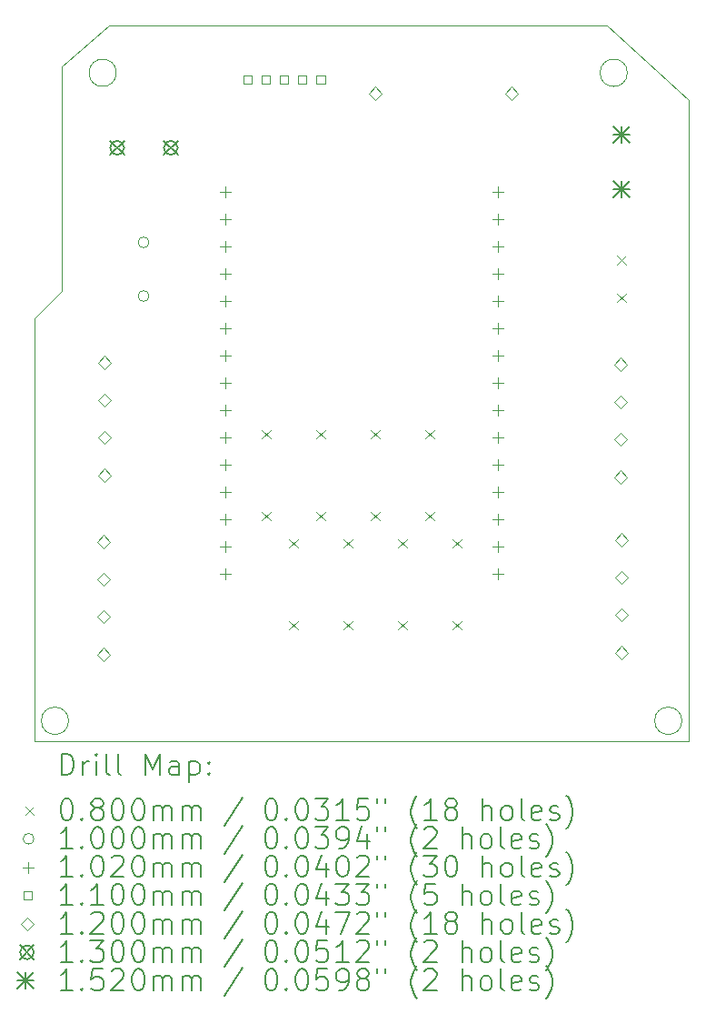
<source format=gbr>
%TF.GenerationSoftware,KiCad,Pcbnew,(6.0.9)*%
%TF.CreationDate,2023-01-01T04:27:09+02:00*%
%TF.ProjectId,ESP32_LEDCONTROLLER,45535033-325f-44c4-9544-434f4e54524f,rev?*%
%TF.SameCoordinates,Original*%
%TF.FileFunction,Drillmap*%
%TF.FilePolarity,Positive*%
%FSLAX45Y45*%
G04 Gerber Fmt 4.5, Leading zero omitted, Abs format (unit mm)*
G04 Created by KiCad (PCBNEW (6.0.9)) date 2023-01-01 04:27:09*
%MOMM*%
%LPD*%
G01*
G04 APERTURE LIST*
%ADD10C,0.100000*%
%ADD11C,0.200000*%
%ADD12C,0.080000*%
%ADD13C,0.102000*%
%ADD14C,0.110000*%
%ADD15C,0.120000*%
%ADD16C,0.130000*%
%ADD17C,0.152000*%
G04 APERTURE END LIST*
D10*
X14668500Y-15494000D02*
G75*
G03*
X14668500Y-15494000I-127000J0D01*
G01*
X14160500Y-9461500D02*
G75*
G03*
X14160500Y-9461500I-127000J0D01*
G01*
X9398000Y-9461500D02*
G75*
G03*
X9398000Y-9461500I-127000J0D01*
G01*
X8953500Y-15494000D02*
G75*
G03*
X8953500Y-15494000I-127000J0D01*
G01*
X14732000Y-9715500D02*
X14732000Y-15684500D01*
X8636000Y-15684500D01*
X8636000Y-11747500D01*
X8890000Y-11493500D01*
X8890000Y-9398000D01*
X9334500Y-9017000D01*
X13970000Y-9017000D01*
X14732000Y-9715500D01*
D11*
D12*
X10755000Y-12787000D02*
X10835000Y-12867000D01*
X10835000Y-12787000D02*
X10755000Y-12867000D01*
X10755000Y-13549000D02*
X10835000Y-13629000D01*
X10835000Y-13549000D02*
X10755000Y-13629000D01*
X11009000Y-13803000D02*
X11089000Y-13883000D01*
X11089000Y-13803000D02*
X11009000Y-13883000D01*
X11009000Y-14565000D02*
X11089000Y-14645000D01*
X11089000Y-14565000D02*
X11009000Y-14645000D01*
X11263000Y-12787000D02*
X11343000Y-12867000D01*
X11343000Y-12787000D02*
X11263000Y-12867000D01*
X11263000Y-13549000D02*
X11343000Y-13629000D01*
X11343000Y-13549000D02*
X11263000Y-13629000D01*
X11517000Y-13803000D02*
X11597000Y-13883000D01*
X11597000Y-13803000D02*
X11517000Y-13883000D01*
X11517000Y-14565000D02*
X11597000Y-14645000D01*
X11597000Y-14565000D02*
X11517000Y-14645000D01*
X11771000Y-12787000D02*
X11851000Y-12867000D01*
X11851000Y-12787000D02*
X11771000Y-12867000D01*
X11771000Y-13549000D02*
X11851000Y-13629000D01*
X11851000Y-13549000D02*
X11771000Y-13629000D01*
X12025000Y-13803000D02*
X12105000Y-13883000D01*
X12105000Y-13803000D02*
X12025000Y-13883000D01*
X12025000Y-14565000D02*
X12105000Y-14645000D01*
X12105000Y-14565000D02*
X12025000Y-14645000D01*
X12279000Y-12787000D02*
X12359000Y-12867000D01*
X12359000Y-12787000D02*
X12279000Y-12867000D01*
X12279000Y-13549000D02*
X12359000Y-13629000D01*
X12359000Y-13549000D02*
X12279000Y-13629000D01*
X12533000Y-13803000D02*
X12613000Y-13883000D01*
X12613000Y-13803000D02*
X12533000Y-13883000D01*
X12533000Y-14565000D02*
X12613000Y-14645000D01*
X12613000Y-14565000D02*
X12533000Y-14645000D01*
X14067000Y-11167000D02*
X14147000Y-11247000D01*
X14147000Y-11167000D02*
X14067000Y-11247000D01*
X14067000Y-11517000D02*
X14147000Y-11597000D01*
X14147000Y-11517000D02*
X14067000Y-11597000D01*
D10*
X9702000Y-11039768D02*
G75*
G03*
X9702000Y-11039768I-50000J0D01*
G01*
X9702000Y-11539768D02*
G75*
G03*
X9702000Y-11539768I-50000J0D01*
G01*
D13*
X10414000Y-10517500D02*
X10414000Y-10619500D01*
X10363000Y-10568500D02*
X10465000Y-10568500D01*
X10414000Y-10771500D02*
X10414000Y-10873500D01*
X10363000Y-10822500D02*
X10465000Y-10822500D01*
X10414000Y-11025500D02*
X10414000Y-11127500D01*
X10363000Y-11076500D02*
X10465000Y-11076500D01*
X10414000Y-11279500D02*
X10414000Y-11381500D01*
X10363000Y-11330500D02*
X10465000Y-11330500D01*
X10414000Y-11533500D02*
X10414000Y-11635500D01*
X10363000Y-11584500D02*
X10465000Y-11584500D01*
X10414000Y-11787500D02*
X10414000Y-11889500D01*
X10363000Y-11838500D02*
X10465000Y-11838500D01*
X10414000Y-12041500D02*
X10414000Y-12143500D01*
X10363000Y-12092500D02*
X10465000Y-12092500D01*
X10414000Y-12295500D02*
X10414000Y-12397500D01*
X10363000Y-12346500D02*
X10465000Y-12346500D01*
X10414000Y-12549500D02*
X10414000Y-12651500D01*
X10363000Y-12600500D02*
X10465000Y-12600500D01*
X10414000Y-12803500D02*
X10414000Y-12905500D01*
X10363000Y-12854500D02*
X10465000Y-12854500D01*
X10414000Y-13057500D02*
X10414000Y-13159500D01*
X10363000Y-13108500D02*
X10465000Y-13108500D01*
X10414000Y-13311500D02*
X10414000Y-13413500D01*
X10363000Y-13362500D02*
X10465000Y-13362500D01*
X10414000Y-13565500D02*
X10414000Y-13667500D01*
X10363000Y-13616500D02*
X10465000Y-13616500D01*
X10414000Y-13819500D02*
X10414000Y-13921500D01*
X10363000Y-13870500D02*
X10465000Y-13870500D01*
X10414000Y-14073500D02*
X10414000Y-14175500D01*
X10363000Y-14124500D02*
X10465000Y-14124500D01*
X12954000Y-10517500D02*
X12954000Y-10619500D01*
X12903000Y-10568500D02*
X13005000Y-10568500D01*
X12954000Y-10771500D02*
X12954000Y-10873500D01*
X12903000Y-10822500D02*
X13005000Y-10822500D01*
X12954000Y-11025500D02*
X12954000Y-11127500D01*
X12903000Y-11076500D02*
X13005000Y-11076500D01*
X12954000Y-11279500D02*
X12954000Y-11381500D01*
X12903000Y-11330500D02*
X13005000Y-11330500D01*
X12954000Y-11533500D02*
X12954000Y-11635500D01*
X12903000Y-11584500D02*
X13005000Y-11584500D01*
X12954000Y-11787500D02*
X12954000Y-11889500D01*
X12903000Y-11838500D02*
X13005000Y-11838500D01*
X12954000Y-12041500D02*
X12954000Y-12143500D01*
X12903000Y-12092500D02*
X13005000Y-12092500D01*
X12954000Y-12295500D02*
X12954000Y-12397500D01*
X12903000Y-12346500D02*
X13005000Y-12346500D01*
X12954000Y-12549500D02*
X12954000Y-12651500D01*
X12903000Y-12600500D02*
X13005000Y-12600500D01*
X12954000Y-12803500D02*
X12954000Y-12905500D01*
X12903000Y-12854500D02*
X13005000Y-12854500D01*
X12954000Y-13057500D02*
X12954000Y-13159500D01*
X12903000Y-13108500D02*
X13005000Y-13108500D01*
X12954000Y-13311500D02*
X12954000Y-13413500D01*
X12903000Y-13362500D02*
X13005000Y-13362500D01*
X12954000Y-13565500D02*
X12954000Y-13667500D01*
X12903000Y-13616500D02*
X13005000Y-13616500D01*
X12954000Y-13819500D02*
X12954000Y-13921500D01*
X12903000Y-13870500D02*
X13005000Y-13870500D01*
X12954000Y-14073500D02*
X12954000Y-14175500D01*
X12903000Y-14124500D02*
X13005000Y-14124500D01*
D14*
X10661891Y-9563891D02*
X10661891Y-9486109D01*
X10584109Y-9486109D01*
X10584109Y-9563891D01*
X10661891Y-9563891D01*
X10831891Y-9563891D02*
X10831891Y-9486109D01*
X10754109Y-9486109D01*
X10754109Y-9563891D01*
X10831891Y-9563891D01*
X11001891Y-9563891D02*
X11001891Y-9486109D01*
X10924109Y-9486109D01*
X10924109Y-9563891D01*
X11001891Y-9563891D01*
X11171891Y-9563891D02*
X11171891Y-9486109D01*
X11094109Y-9486109D01*
X11094109Y-9563891D01*
X11171891Y-9563891D01*
X11341891Y-9563891D02*
X11341891Y-9486109D01*
X11264109Y-9486109D01*
X11264109Y-9563891D01*
X11341891Y-9563891D01*
D15*
X9281000Y-13886000D02*
X9341000Y-13826000D01*
X9281000Y-13766000D01*
X9221000Y-13826000D01*
X9281000Y-13886000D01*
X9281000Y-14236000D02*
X9341000Y-14176000D01*
X9281000Y-14116000D01*
X9221000Y-14176000D01*
X9281000Y-14236000D01*
X9281000Y-14586000D02*
X9341000Y-14526000D01*
X9281000Y-14466000D01*
X9221000Y-14526000D01*
X9281000Y-14586000D01*
X9281000Y-14936000D02*
X9341000Y-14876000D01*
X9281000Y-14816000D01*
X9221000Y-14876000D01*
X9281000Y-14936000D01*
X9291000Y-12218000D02*
X9351000Y-12158000D01*
X9291000Y-12098000D01*
X9231000Y-12158000D01*
X9291000Y-12218000D01*
X9291000Y-12568000D02*
X9351000Y-12508000D01*
X9291000Y-12448000D01*
X9231000Y-12508000D01*
X9291000Y-12568000D01*
X9291000Y-12918000D02*
X9351000Y-12858000D01*
X9291000Y-12798000D01*
X9231000Y-12858000D01*
X9291000Y-12918000D01*
X9291000Y-13268000D02*
X9351000Y-13208000D01*
X9291000Y-13148000D01*
X9231000Y-13208000D01*
X9291000Y-13268000D01*
X11811000Y-9712000D02*
X11871000Y-9652000D01*
X11811000Y-9592000D01*
X11751000Y-9652000D01*
X11811000Y-9712000D01*
X13081000Y-9712000D02*
X13141000Y-9652000D01*
X13081000Y-9592000D01*
X13021000Y-9652000D01*
X13081000Y-9712000D01*
X14097000Y-12235000D02*
X14157000Y-12175000D01*
X14097000Y-12115000D01*
X14037000Y-12175000D01*
X14097000Y-12235000D01*
X14097000Y-12585000D02*
X14157000Y-12525000D01*
X14097000Y-12465000D01*
X14037000Y-12525000D01*
X14097000Y-12585000D01*
X14097000Y-12935000D02*
X14157000Y-12875000D01*
X14097000Y-12815000D01*
X14037000Y-12875000D01*
X14097000Y-12935000D01*
X14097000Y-13285000D02*
X14157000Y-13225000D01*
X14097000Y-13165000D01*
X14037000Y-13225000D01*
X14097000Y-13285000D01*
X14107000Y-13869000D02*
X14167000Y-13809000D01*
X14107000Y-13749000D01*
X14047000Y-13809000D01*
X14107000Y-13869000D01*
X14107000Y-14219000D02*
X14167000Y-14159000D01*
X14107000Y-14099000D01*
X14047000Y-14159000D01*
X14107000Y-14219000D01*
X14107000Y-14569000D02*
X14167000Y-14509000D01*
X14107000Y-14449000D01*
X14047000Y-14509000D01*
X14107000Y-14569000D01*
X14107000Y-14919000D02*
X14167000Y-14859000D01*
X14107000Y-14799000D01*
X14047000Y-14859000D01*
X14107000Y-14919000D01*
D16*
X9341000Y-10095000D02*
X9471000Y-10225000D01*
X9471000Y-10095000D02*
X9341000Y-10225000D01*
X9471000Y-10160000D02*
G75*
G03*
X9471000Y-10160000I-65000J0D01*
G01*
X9841000Y-10095000D02*
X9971000Y-10225000D01*
X9971000Y-10095000D02*
X9841000Y-10225000D01*
X9971000Y-10160000D02*
G75*
G03*
X9971000Y-10160000I-65000J0D01*
G01*
D17*
X14031000Y-9957000D02*
X14183000Y-10109000D01*
X14183000Y-9957000D02*
X14031000Y-10109000D01*
X14107000Y-9957000D02*
X14107000Y-10109000D01*
X14031000Y-10033000D02*
X14183000Y-10033000D01*
X14031000Y-10465000D02*
X14183000Y-10617000D01*
X14183000Y-10465000D02*
X14031000Y-10617000D01*
X14107000Y-10465000D02*
X14107000Y-10617000D01*
X14031000Y-10541000D02*
X14183000Y-10541000D01*
D11*
X8888619Y-15999976D02*
X8888619Y-15799976D01*
X8936238Y-15799976D01*
X8964810Y-15809500D01*
X8983857Y-15828548D01*
X8993381Y-15847595D01*
X9002905Y-15885690D01*
X9002905Y-15914262D01*
X8993381Y-15952357D01*
X8983857Y-15971405D01*
X8964810Y-15990452D01*
X8936238Y-15999976D01*
X8888619Y-15999976D01*
X9088619Y-15999976D02*
X9088619Y-15866643D01*
X9088619Y-15904738D02*
X9098143Y-15885690D01*
X9107667Y-15876167D01*
X9126714Y-15866643D01*
X9145762Y-15866643D01*
X9212429Y-15999976D02*
X9212429Y-15866643D01*
X9212429Y-15799976D02*
X9202905Y-15809500D01*
X9212429Y-15819024D01*
X9221952Y-15809500D01*
X9212429Y-15799976D01*
X9212429Y-15819024D01*
X9336238Y-15999976D02*
X9317190Y-15990452D01*
X9307667Y-15971405D01*
X9307667Y-15799976D01*
X9441000Y-15999976D02*
X9421952Y-15990452D01*
X9412429Y-15971405D01*
X9412429Y-15799976D01*
X9669571Y-15999976D02*
X9669571Y-15799976D01*
X9736238Y-15942833D01*
X9802905Y-15799976D01*
X9802905Y-15999976D01*
X9983857Y-15999976D02*
X9983857Y-15895214D01*
X9974333Y-15876167D01*
X9955286Y-15866643D01*
X9917190Y-15866643D01*
X9898143Y-15876167D01*
X9983857Y-15990452D02*
X9964810Y-15999976D01*
X9917190Y-15999976D01*
X9898143Y-15990452D01*
X9888619Y-15971405D01*
X9888619Y-15952357D01*
X9898143Y-15933309D01*
X9917190Y-15923786D01*
X9964810Y-15923786D01*
X9983857Y-15914262D01*
X10079095Y-15866643D02*
X10079095Y-16066643D01*
X10079095Y-15876167D02*
X10098143Y-15866643D01*
X10136238Y-15866643D01*
X10155286Y-15876167D01*
X10164810Y-15885690D01*
X10174333Y-15904738D01*
X10174333Y-15961881D01*
X10164810Y-15980928D01*
X10155286Y-15990452D01*
X10136238Y-15999976D01*
X10098143Y-15999976D01*
X10079095Y-15990452D01*
X10260048Y-15980928D02*
X10269571Y-15990452D01*
X10260048Y-15999976D01*
X10250524Y-15990452D01*
X10260048Y-15980928D01*
X10260048Y-15999976D01*
X10260048Y-15876167D02*
X10269571Y-15885690D01*
X10260048Y-15895214D01*
X10250524Y-15885690D01*
X10260048Y-15876167D01*
X10260048Y-15895214D01*
D12*
X8551000Y-16289500D02*
X8631000Y-16369500D01*
X8631000Y-16289500D02*
X8551000Y-16369500D01*
D11*
X8926714Y-16219976D02*
X8945762Y-16219976D01*
X8964810Y-16229500D01*
X8974333Y-16239024D01*
X8983857Y-16258071D01*
X8993381Y-16296167D01*
X8993381Y-16343786D01*
X8983857Y-16381881D01*
X8974333Y-16400928D01*
X8964810Y-16410452D01*
X8945762Y-16419976D01*
X8926714Y-16419976D01*
X8907667Y-16410452D01*
X8898143Y-16400928D01*
X8888619Y-16381881D01*
X8879095Y-16343786D01*
X8879095Y-16296167D01*
X8888619Y-16258071D01*
X8898143Y-16239024D01*
X8907667Y-16229500D01*
X8926714Y-16219976D01*
X9079095Y-16400928D02*
X9088619Y-16410452D01*
X9079095Y-16419976D01*
X9069571Y-16410452D01*
X9079095Y-16400928D01*
X9079095Y-16419976D01*
X9202905Y-16305690D02*
X9183857Y-16296167D01*
X9174333Y-16286643D01*
X9164810Y-16267595D01*
X9164810Y-16258071D01*
X9174333Y-16239024D01*
X9183857Y-16229500D01*
X9202905Y-16219976D01*
X9241000Y-16219976D01*
X9260048Y-16229500D01*
X9269571Y-16239024D01*
X9279095Y-16258071D01*
X9279095Y-16267595D01*
X9269571Y-16286643D01*
X9260048Y-16296167D01*
X9241000Y-16305690D01*
X9202905Y-16305690D01*
X9183857Y-16315214D01*
X9174333Y-16324738D01*
X9164810Y-16343786D01*
X9164810Y-16381881D01*
X9174333Y-16400928D01*
X9183857Y-16410452D01*
X9202905Y-16419976D01*
X9241000Y-16419976D01*
X9260048Y-16410452D01*
X9269571Y-16400928D01*
X9279095Y-16381881D01*
X9279095Y-16343786D01*
X9269571Y-16324738D01*
X9260048Y-16315214D01*
X9241000Y-16305690D01*
X9402905Y-16219976D02*
X9421952Y-16219976D01*
X9441000Y-16229500D01*
X9450524Y-16239024D01*
X9460048Y-16258071D01*
X9469571Y-16296167D01*
X9469571Y-16343786D01*
X9460048Y-16381881D01*
X9450524Y-16400928D01*
X9441000Y-16410452D01*
X9421952Y-16419976D01*
X9402905Y-16419976D01*
X9383857Y-16410452D01*
X9374333Y-16400928D01*
X9364810Y-16381881D01*
X9355286Y-16343786D01*
X9355286Y-16296167D01*
X9364810Y-16258071D01*
X9374333Y-16239024D01*
X9383857Y-16229500D01*
X9402905Y-16219976D01*
X9593381Y-16219976D02*
X9612429Y-16219976D01*
X9631476Y-16229500D01*
X9641000Y-16239024D01*
X9650524Y-16258071D01*
X9660048Y-16296167D01*
X9660048Y-16343786D01*
X9650524Y-16381881D01*
X9641000Y-16400928D01*
X9631476Y-16410452D01*
X9612429Y-16419976D01*
X9593381Y-16419976D01*
X9574333Y-16410452D01*
X9564810Y-16400928D01*
X9555286Y-16381881D01*
X9545762Y-16343786D01*
X9545762Y-16296167D01*
X9555286Y-16258071D01*
X9564810Y-16239024D01*
X9574333Y-16229500D01*
X9593381Y-16219976D01*
X9745762Y-16419976D02*
X9745762Y-16286643D01*
X9745762Y-16305690D02*
X9755286Y-16296167D01*
X9774333Y-16286643D01*
X9802905Y-16286643D01*
X9821952Y-16296167D01*
X9831476Y-16315214D01*
X9831476Y-16419976D01*
X9831476Y-16315214D02*
X9841000Y-16296167D01*
X9860048Y-16286643D01*
X9888619Y-16286643D01*
X9907667Y-16296167D01*
X9917190Y-16315214D01*
X9917190Y-16419976D01*
X10012429Y-16419976D02*
X10012429Y-16286643D01*
X10012429Y-16305690D02*
X10021952Y-16296167D01*
X10041000Y-16286643D01*
X10069571Y-16286643D01*
X10088619Y-16296167D01*
X10098143Y-16315214D01*
X10098143Y-16419976D01*
X10098143Y-16315214D02*
X10107667Y-16296167D01*
X10126714Y-16286643D01*
X10155286Y-16286643D01*
X10174333Y-16296167D01*
X10183857Y-16315214D01*
X10183857Y-16419976D01*
X10574333Y-16210452D02*
X10402905Y-16467595D01*
X10831476Y-16219976D02*
X10850524Y-16219976D01*
X10869571Y-16229500D01*
X10879095Y-16239024D01*
X10888619Y-16258071D01*
X10898143Y-16296167D01*
X10898143Y-16343786D01*
X10888619Y-16381881D01*
X10879095Y-16400928D01*
X10869571Y-16410452D01*
X10850524Y-16419976D01*
X10831476Y-16419976D01*
X10812429Y-16410452D01*
X10802905Y-16400928D01*
X10793381Y-16381881D01*
X10783857Y-16343786D01*
X10783857Y-16296167D01*
X10793381Y-16258071D01*
X10802905Y-16239024D01*
X10812429Y-16229500D01*
X10831476Y-16219976D01*
X10983857Y-16400928D02*
X10993381Y-16410452D01*
X10983857Y-16419976D01*
X10974333Y-16410452D01*
X10983857Y-16400928D01*
X10983857Y-16419976D01*
X11117190Y-16219976D02*
X11136238Y-16219976D01*
X11155286Y-16229500D01*
X11164810Y-16239024D01*
X11174333Y-16258071D01*
X11183857Y-16296167D01*
X11183857Y-16343786D01*
X11174333Y-16381881D01*
X11164810Y-16400928D01*
X11155286Y-16410452D01*
X11136238Y-16419976D01*
X11117190Y-16419976D01*
X11098143Y-16410452D01*
X11088619Y-16400928D01*
X11079095Y-16381881D01*
X11069571Y-16343786D01*
X11069571Y-16296167D01*
X11079095Y-16258071D01*
X11088619Y-16239024D01*
X11098143Y-16229500D01*
X11117190Y-16219976D01*
X11250524Y-16219976D02*
X11374333Y-16219976D01*
X11307667Y-16296167D01*
X11336238Y-16296167D01*
X11355286Y-16305690D01*
X11364809Y-16315214D01*
X11374333Y-16334262D01*
X11374333Y-16381881D01*
X11364809Y-16400928D01*
X11355286Y-16410452D01*
X11336238Y-16419976D01*
X11279095Y-16419976D01*
X11260048Y-16410452D01*
X11250524Y-16400928D01*
X11564809Y-16419976D02*
X11450524Y-16419976D01*
X11507667Y-16419976D02*
X11507667Y-16219976D01*
X11488619Y-16248548D01*
X11469571Y-16267595D01*
X11450524Y-16277119D01*
X11745762Y-16219976D02*
X11650524Y-16219976D01*
X11641000Y-16315214D01*
X11650524Y-16305690D01*
X11669571Y-16296167D01*
X11717190Y-16296167D01*
X11736238Y-16305690D01*
X11745762Y-16315214D01*
X11755286Y-16334262D01*
X11755286Y-16381881D01*
X11745762Y-16400928D01*
X11736238Y-16410452D01*
X11717190Y-16419976D01*
X11669571Y-16419976D01*
X11650524Y-16410452D01*
X11641000Y-16400928D01*
X11831476Y-16219976D02*
X11831476Y-16258071D01*
X11907667Y-16219976D02*
X11907667Y-16258071D01*
X12202905Y-16496167D02*
X12193381Y-16486643D01*
X12174333Y-16458071D01*
X12164809Y-16439024D01*
X12155286Y-16410452D01*
X12145762Y-16362833D01*
X12145762Y-16324738D01*
X12155286Y-16277119D01*
X12164809Y-16248548D01*
X12174333Y-16229500D01*
X12193381Y-16200928D01*
X12202905Y-16191405D01*
X12383857Y-16419976D02*
X12269571Y-16419976D01*
X12326714Y-16419976D02*
X12326714Y-16219976D01*
X12307667Y-16248548D01*
X12288619Y-16267595D01*
X12269571Y-16277119D01*
X12498143Y-16305690D02*
X12479095Y-16296167D01*
X12469571Y-16286643D01*
X12460048Y-16267595D01*
X12460048Y-16258071D01*
X12469571Y-16239024D01*
X12479095Y-16229500D01*
X12498143Y-16219976D01*
X12536238Y-16219976D01*
X12555286Y-16229500D01*
X12564809Y-16239024D01*
X12574333Y-16258071D01*
X12574333Y-16267595D01*
X12564809Y-16286643D01*
X12555286Y-16296167D01*
X12536238Y-16305690D01*
X12498143Y-16305690D01*
X12479095Y-16315214D01*
X12469571Y-16324738D01*
X12460048Y-16343786D01*
X12460048Y-16381881D01*
X12469571Y-16400928D01*
X12479095Y-16410452D01*
X12498143Y-16419976D01*
X12536238Y-16419976D01*
X12555286Y-16410452D01*
X12564809Y-16400928D01*
X12574333Y-16381881D01*
X12574333Y-16343786D01*
X12564809Y-16324738D01*
X12555286Y-16315214D01*
X12536238Y-16305690D01*
X12812428Y-16419976D02*
X12812428Y-16219976D01*
X12898143Y-16419976D02*
X12898143Y-16315214D01*
X12888619Y-16296167D01*
X12869571Y-16286643D01*
X12841000Y-16286643D01*
X12821952Y-16296167D01*
X12812428Y-16305690D01*
X13021952Y-16419976D02*
X13002905Y-16410452D01*
X12993381Y-16400928D01*
X12983857Y-16381881D01*
X12983857Y-16324738D01*
X12993381Y-16305690D01*
X13002905Y-16296167D01*
X13021952Y-16286643D01*
X13050524Y-16286643D01*
X13069571Y-16296167D01*
X13079095Y-16305690D01*
X13088619Y-16324738D01*
X13088619Y-16381881D01*
X13079095Y-16400928D01*
X13069571Y-16410452D01*
X13050524Y-16419976D01*
X13021952Y-16419976D01*
X13202905Y-16419976D02*
X13183857Y-16410452D01*
X13174333Y-16391405D01*
X13174333Y-16219976D01*
X13355286Y-16410452D02*
X13336238Y-16419976D01*
X13298143Y-16419976D01*
X13279095Y-16410452D01*
X13269571Y-16391405D01*
X13269571Y-16315214D01*
X13279095Y-16296167D01*
X13298143Y-16286643D01*
X13336238Y-16286643D01*
X13355286Y-16296167D01*
X13364809Y-16315214D01*
X13364809Y-16334262D01*
X13269571Y-16353309D01*
X13441000Y-16410452D02*
X13460048Y-16419976D01*
X13498143Y-16419976D01*
X13517190Y-16410452D01*
X13526714Y-16391405D01*
X13526714Y-16381881D01*
X13517190Y-16362833D01*
X13498143Y-16353309D01*
X13469571Y-16353309D01*
X13450524Y-16343786D01*
X13441000Y-16324738D01*
X13441000Y-16315214D01*
X13450524Y-16296167D01*
X13469571Y-16286643D01*
X13498143Y-16286643D01*
X13517190Y-16296167D01*
X13593381Y-16496167D02*
X13602905Y-16486643D01*
X13621952Y-16458071D01*
X13631476Y-16439024D01*
X13641000Y-16410452D01*
X13650524Y-16362833D01*
X13650524Y-16324738D01*
X13641000Y-16277119D01*
X13631476Y-16248548D01*
X13621952Y-16229500D01*
X13602905Y-16200928D01*
X13593381Y-16191405D01*
D10*
X8631000Y-16593500D02*
G75*
G03*
X8631000Y-16593500I-50000J0D01*
G01*
D11*
X8993381Y-16683976D02*
X8879095Y-16683976D01*
X8936238Y-16683976D02*
X8936238Y-16483976D01*
X8917190Y-16512548D01*
X8898143Y-16531595D01*
X8879095Y-16541119D01*
X9079095Y-16664928D02*
X9088619Y-16674452D01*
X9079095Y-16683976D01*
X9069571Y-16674452D01*
X9079095Y-16664928D01*
X9079095Y-16683976D01*
X9212429Y-16483976D02*
X9231476Y-16483976D01*
X9250524Y-16493500D01*
X9260048Y-16503024D01*
X9269571Y-16522071D01*
X9279095Y-16560167D01*
X9279095Y-16607786D01*
X9269571Y-16645881D01*
X9260048Y-16664928D01*
X9250524Y-16674452D01*
X9231476Y-16683976D01*
X9212429Y-16683976D01*
X9193381Y-16674452D01*
X9183857Y-16664928D01*
X9174333Y-16645881D01*
X9164810Y-16607786D01*
X9164810Y-16560167D01*
X9174333Y-16522071D01*
X9183857Y-16503024D01*
X9193381Y-16493500D01*
X9212429Y-16483976D01*
X9402905Y-16483976D02*
X9421952Y-16483976D01*
X9441000Y-16493500D01*
X9450524Y-16503024D01*
X9460048Y-16522071D01*
X9469571Y-16560167D01*
X9469571Y-16607786D01*
X9460048Y-16645881D01*
X9450524Y-16664928D01*
X9441000Y-16674452D01*
X9421952Y-16683976D01*
X9402905Y-16683976D01*
X9383857Y-16674452D01*
X9374333Y-16664928D01*
X9364810Y-16645881D01*
X9355286Y-16607786D01*
X9355286Y-16560167D01*
X9364810Y-16522071D01*
X9374333Y-16503024D01*
X9383857Y-16493500D01*
X9402905Y-16483976D01*
X9593381Y-16483976D02*
X9612429Y-16483976D01*
X9631476Y-16493500D01*
X9641000Y-16503024D01*
X9650524Y-16522071D01*
X9660048Y-16560167D01*
X9660048Y-16607786D01*
X9650524Y-16645881D01*
X9641000Y-16664928D01*
X9631476Y-16674452D01*
X9612429Y-16683976D01*
X9593381Y-16683976D01*
X9574333Y-16674452D01*
X9564810Y-16664928D01*
X9555286Y-16645881D01*
X9545762Y-16607786D01*
X9545762Y-16560167D01*
X9555286Y-16522071D01*
X9564810Y-16503024D01*
X9574333Y-16493500D01*
X9593381Y-16483976D01*
X9745762Y-16683976D02*
X9745762Y-16550643D01*
X9745762Y-16569690D02*
X9755286Y-16560167D01*
X9774333Y-16550643D01*
X9802905Y-16550643D01*
X9821952Y-16560167D01*
X9831476Y-16579214D01*
X9831476Y-16683976D01*
X9831476Y-16579214D02*
X9841000Y-16560167D01*
X9860048Y-16550643D01*
X9888619Y-16550643D01*
X9907667Y-16560167D01*
X9917190Y-16579214D01*
X9917190Y-16683976D01*
X10012429Y-16683976D02*
X10012429Y-16550643D01*
X10012429Y-16569690D02*
X10021952Y-16560167D01*
X10041000Y-16550643D01*
X10069571Y-16550643D01*
X10088619Y-16560167D01*
X10098143Y-16579214D01*
X10098143Y-16683976D01*
X10098143Y-16579214D02*
X10107667Y-16560167D01*
X10126714Y-16550643D01*
X10155286Y-16550643D01*
X10174333Y-16560167D01*
X10183857Y-16579214D01*
X10183857Y-16683976D01*
X10574333Y-16474452D02*
X10402905Y-16731595D01*
X10831476Y-16483976D02*
X10850524Y-16483976D01*
X10869571Y-16493500D01*
X10879095Y-16503024D01*
X10888619Y-16522071D01*
X10898143Y-16560167D01*
X10898143Y-16607786D01*
X10888619Y-16645881D01*
X10879095Y-16664928D01*
X10869571Y-16674452D01*
X10850524Y-16683976D01*
X10831476Y-16683976D01*
X10812429Y-16674452D01*
X10802905Y-16664928D01*
X10793381Y-16645881D01*
X10783857Y-16607786D01*
X10783857Y-16560167D01*
X10793381Y-16522071D01*
X10802905Y-16503024D01*
X10812429Y-16493500D01*
X10831476Y-16483976D01*
X10983857Y-16664928D02*
X10993381Y-16674452D01*
X10983857Y-16683976D01*
X10974333Y-16674452D01*
X10983857Y-16664928D01*
X10983857Y-16683976D01*
X11117190Y-16483976D02*
X11136238Y-16483976D01*
X11155286Y-16493500D01*
X11164810Y-16503024D01*
X11174333Y-16522071D01*
X11183857Y-16560167D01*
X11183857Y-16607786D01*
X11174333Y-16645881D01*
X11164810Y-16664928D01*
X11155286Y-16674452D01*
X11136238Y-16683976D01*
X11117190Y-16683976D01*
X11098143Y-16674452D01*
X11088619Y-16664928D01*
X11079095Y-16645881D01*
X11069571Y-16607786D01*
X11069571Y-16560167D01*
X11079095Y-16522071D01*
X11088619Y-16503024D01*
X11098143Y-16493500D01*
X11117190Y-16483976D01*
X11250524Y-16483976D02*
X11374333Y-16483976D01*
X11307667Y-16560167D01*
X11336238Y-16560167D01*
X11355286Y-16569690D01*
X11364809Y-16579214D01*
X11374333Y-16598262D01*
X11374333Y-16645881D01*
X11364809Y-16664928D01*
X11355286Y-16674452D01*
X11336238Y-16683976D01*
X11279095Y-16683976D01*
X11260048Y-16674452D01*
X11250524Y-16664928D01*
X11469571Y-16683976D02*
X11507667Y-16683976D01*
X11526714Y-16674452D01*
X11536238Y-16664928D01*
X11555286Y-16636357D01*
X11564809Y-16598262D01*
X11564809Y-16522071D01*
X11555286Y-16503024D01*
X11545762Y-16493500D01*
X11526714Y-16483976D01*
X11488619Y-16483976D01*
X11469571Y-16493500D01*
X11460048Y-16503024D01*
X11450524Y-16522071D01*
X11450524Y-16569690D01*
X11460048Y-16588738D01*
X11469571Y-16598262D01*
X11488619Y-16607786D01*
X11526714Y-16607786D01*
X11545762Y-16598262D01*
X11555286Y-16588738D01*
X11564809Y-16569690D01*
X11736238Y-16550643D02*
X11736238Y-16683976D01*
X11688619Y-16474452D02*
X11641000Y-16617309D01*
X11764809Y-16617309D01*
X11831476Y-16483976D02*
X11831476Y-16522071D01*
X11907667Y-16483976D02*
X11907667Y-16522071D01*
X12202905Y-16760167D02*
X12193381Y-16750643D01*
X12174333Y-16722071D01*
X12164809Y-16703024D01*
X12155286Y-16674452D01*
X12145762Y-16626833D01*
X12145762Y-16588738D01*
X12155286Y-16541119D01*
X12164809Y-16512548D01*
X12174333Y-16493500D01*
X12193381Y-16464928D01*
X12202905Y-16455405D01*
X12269571Y-16503024D02*
X12279095Y-16493500D01*
X12298143Y-16483976D01*
X12345762Y-16483976D01*
X12364809Y-16493500D01*
X12374333Y-16503024D01*
X12383857Y-16522071D01*
X12383857Y-16541119D01*
X12374333Y-16569690D01*
X12260048Y-16683976D01*
X12383857Y-16683976D01*
X12621952Y-16683976D02*
X12621952Y-16483976D01*
X12707667Y-16683976D02*
X12707667Y-16579214D01*
X12698143Y-16560167D01*
X12679095Y-16550643D01*
X12650524Y-16550643D01*
X12631476Y-16560167D01*
X12621952Y-16569690D01*
X12831476Y-16683976D02*
X12812428Y-16674452D01*
X12802905Y-16664928D01*
X12793381Y-16645881D01*
X12793381Y-16588738D01*
X12802905Y-16569690D01*
X12812428Y-16560167D01*
X12831476Y-16550643D01*
X12860048Y-16550643D01*
X12879095Y-16560167D01*
X12888619Y-16569690D01*
X12898143Y-16588738D01*
X12898143Y-16645881D01*
X12888619Y-16664928D01*
X12879095Y-16674452D01*
X12860048Y-16683976D01*
X12831476Y-16683976D01*
X13012428Y-16683976D02*
X12993381Y-16674452D01*
X12983857Y-16655405D01*
X12983857Y-16483976D01*
X13164809Y-16674452D02*
X13145762Y-16683976D01*
X13107667Y-16683976D01*
X13088619Y-16674452D01*
X13079095Y-16655405D01*
X13079095Y-16579214D01*
X13088619Y-16560167D01*
X13107667Y-16550643D01*
X13145762Y-16550643D01*
X13164809Y-16560167D01*
X13174333Y-16579214D01*
X13174333Y-16598262D01*
X13079095Y-16617309D01*
X13250524Y-16674452D02*
X13269571Y-16683976D01*
X13307667Y-16683976D01*
X13326714Y-16674452D01*
X13336238Y-16655405D01*
X13336238Y-16645881D01*
X13326714Y-16626833D01*
X13307667Y-16617309D01*
X13279095Y-16617309D01*
X13260048Y-16607786D01*
X13250524Y-16588738D01*
X13250524Y-16579214D01*
X13260048Y-16560167D01*
X13279095Y-16550643D01*
X13307667Y-16550643D01*
X13326714Y-16560167D01*
X13402905Y-16760167D02*
X13412428Y-16750643D01*
X13431476Y-16722071D01*
X13441000Y-16703024D01*
X13450524Y-16674452D01*
X13460048Y-16626833D01*
X13460048Y-16588738D01*
X13450524Y-16541119D01*
X13441000Y-16512548D01*
X13431476Y-16493500D01*
X13412428Y-16464928D01*
X13402905Y-16455405D01*
D13*
X8580000Y-16806500D02*
X8580000Y-16908500D01*
X8529000Y-16857500D02*
X8631000Y-16857500D01*
D11*
X8993381Y-16947976D02*
X8879095Y-16947976D01*
X8936238Y-16947976D02*
X8936238Y-16747976D01*
X8917190Y-16776548D01*
X8898143Y-16795595D01*
X8879095Y-16805119D01*
X9079095Y-16928929D02*
X9088619Y-16938452D01*
X9079095Y-16947976D01*
X9069571Y-16938452D01*
X9079095Y-16928929D01*
X9079095Y-16947976D01*
X9212429Y-16747976D02*
X9231476Y-16747976D01*
X9250524Y-16757500D01*
X9260048Y-16767024D01*
X9269571Y-16786071D01*
X9279095Y-16824167D01*
X9279095Y-16871786D01*
X9269571Y-16909881D01*
X9260048Y-16928929D01*
X9250524Y-16938452D01*
X9231476Y-16947976D01*
X9212429Y-16947976D01*
X9193381Y-16938452D01*
X9183857Y-16928929D01*
X9174333Y-16909881D01*
X9164810Y-16871786D01*
X9164810Y-16824167D01*
X9174333Y-16786071D01*
X9183857Y-16767024D01*
X9193381Y-16757500D01*
X9212429Y-16747976D01*
X9355286Y-16767024D02*
X9364810Y-16757500D01*
X9383857Y-16747976D01*
X9431476Y-16747976D01*
X9450524Y-16757500D01*
X9460048Y-16767024D01*
X9469571Y-16786071D01*
X9469571Y-16805119D01*
X9460048Y-16833690D01*
X9345762Y-16947976D01*
X9469571Y-16947976D01*
X9593381Y-16747976D02*
X9612429Y-16747976D01*
X9631476Y-16757500D01*
X9641000Y-16767024D01*
X9650524Y-16786071D01*
X9660048Y-16824167D01*
X9660048Y-16871786D01*
X9650524Y-16909881D01*
X9641000Y-16928929D01*
X9631476Y-16938452D01*
X9612429Y-16947976D01*
X9593381Y-16947976D01*
X9574333Y-16938452D01*
X9564810Y-16928929D01*
X9555286Y-16909881D01*
X9545762Y-16871786D01*
X9545762Y-16824167D01*
X9555286Y-16786071D01*
X9564810Y-16767024D01*
X9574333Y-16757500D01*
X9593381Y-16747976D01*
X9745762Y-16947976D02*
X9745762Y-16814643D01*
X9745762Y-16833690D02*
X9755286Y-16824167D01*
X9774333Y-16814643D01*
X9802905Y-16814643D01*
X9821952Y-16824167D01*
X9831476Y-16843214D01*
X9831476Y-16947976D01*
X9831476Y-16843214D02*
X9841000Y-16824167D01*
X9860048Y-16814643D01*
X9888619Y-16814643D01*
X9907667Y-16824167D01*
X9917190Y-16843214D01*
X9917190Y-16947976D01*
X10012429Y-16947976D02*
X10012429Y-16814643D01*
X10012429Y-16833690D02*
X10021952Y-16824167D01*
X10041000Y-16814643D01*
X10069571Y-16814643D01*
X10088619Y-16824167D01*
X10098143Y-16843214D01*
X10098143Y-16947976D01*
X10098143Y-16843214D02*
X10107667Y-16824167D01*
X10126714Y-16814643D01*
X10155286Y-16814643D01*
X10174333Y-16824167D01*
X10183857Y-16843214D01*
X10183857Y-16947976D01*
X10574333Y-16738452D02*
X10402905Y-16995595D01*
X10831476Y-16747976D02*
X10850524Y-16747976D01*
X10869571Y-16757500D01*
X10879095Y-16767024D01*
X10888619Y-16786071D01*
X10898143Y-16824167D01*
X10898143Y-16871786D01*
X10888619Y-16909881D01*
X10879095Y-16928929D01*
X10869571Y-16938452D01*
X10850524Y-16947976D01*
X10831476Y-16947976D01*
X10812429Y-16938452D01*
X10802905Y-16928929D01*
X10793381Y-16909881D01*
X10783857Y-16871786D01*
X10783857Y-16824167D01*
X10793381Y-16786071D01*
X10802905Y-16767024D01*
X10812429Y-16757500D01*
X10831476Y-16747976D01*
X10983857Y-16928929D02*
X10993381Y-16938452D01*
X10983857Y-16947976D01*
X10974333Y-16938452D01*
X10983857Y-16928929D01*
X10983857Y-16947976D01*
X11117190Y-16747976D02*
X11136238Y-16747976D01*
X11155286Y-16757500D01*
X11164810Y-16767024D01*
X11174333Y-16786071D01*
X11183857Y-16824167D01*
X11183857Y-16871786D01*
X11174333Y-16909881D01*
X11164810Y-16928929D01*
X11155286Y-16938452D01*
X11136238Y-16947976D01*
X11117190Y-16947976D01*
X11098143Y-16938452D01*
X11088619Y-16928929D01*
X11079095Y-16909881D01*
X11069571Y-16871786D01*
X11069571Y-16824167D01*
X11079095Y-16786071D01*
X11088619Y-16767024D01*
X11098143Y-16757500D01*
X11117190Y-16747976D01*
X11355286Y-16814643D02*
X11355286Y-16947976D01*
X11307667Y-16738452D02*
X11260048Y-16881310D01*
X11383857Y-16881310D01*
X11498143Y-16747976D02*
X11517190Y-16747976D01*
X11536238Y-16757500D01*
X11545762Y-16767024D01*
X11555286Y-16786071D01*
X11564809Y-16824167D01*
X11564809Y-16871786D01*
X11555286Y-16909881D01*
X11545762Y-16928929D01*
X11536238Y-16938452D01*
X11517190Y-16947976D01*
X11498143Y-16947976D01*
X11479095Y-16938452D01*
X11469571Y-16928929D01*
X11460048Y-16909881D01*
X11450524Y-16871786D01*
X11450524Y-16824167D01*
X11460048Y-16786071D01*
X11469571Y-16767024D01*
X11479095Y-16757500D01*
X11498143Y-16747976D01*
X11641000Y-16767024D02*
X11650524Y-16757500D01*
X11669571Y-16747976D01*
X11717190Y-16747976D01*
X11736238Y-16757500D01*
X11745762Y-16767024D01*
X11755286Y-16786071D01*
X11755286Y-16805119D01*
X11745762Y-16833690D01*
X11631476Y-16947976D01*
X11755286Y-16947976D01*
X11831476Y-16747976D02*
X11831476Y-16786071D01*
X11907667Y-16747976D02*
X11907667Y-16786071D01*
X12202905Y-17024167D02*
X12193381Y-17014643D01*
X12174333Y-16986071D01*
X12164809Y-16967024D01*
X12155286Y-16938452D01*
X12145762Y-16890833D01*
X12145762Y-16852738D01*
X12155286Y-16805119D01*
X12164809Y-16776548D01*
X12174333Y-16757500D01*
X12193381Y-16728928D01*
X12202905Y-16719405D01*
X12260048Y-16747976D02*
X12383857Y-16747976D01*
X12317190Y-16824167D01*
X12345762Y-16824167D01*
X12364809Y-16833690D01*
X12374333Y-16843214D01*
X12383857Y-16862262D01*
X12383857Y-16909881D01*
X12374333Y-16928929D01*
X12364809Y-16938452D01*
X12345762Y-16947976D01*
X12288619Y-16947976D01*
X12269571Y-16938452D01*
X12260048Y-16928929D01*
X12507667Y-16747976D02*
X12526714Y-16747976D01*
X12545762Y-16757500D01*
X12555286Y-16767024D01*
X12564809Y-16786071D01*
X12574333Y-16824167D01*
X12574333Y-16871786D01*
X12564809Y-16909881D01*
X12555286Y-16928929D01*
X12545762Y-16938452D01*
X12526714Y-16947976D01*
X12507667Y-16947976D01*
X12488619Y-16938452D01*
X12479095Y-16928929D01*
X12469571Y-16909881D01*
X12460048Y-16871786D01*
X12460048Y-16824167D01*
X12469571Y-16786071D01*
X12479095Y-16767024D01*
X12488619Y-16757500D01*
X12507667Y-16747976D01*
X12812428Y-16947976D02*
X12812428Y-16747976D01*
X12898143Y-16947976D02*
X12898143Y-16843214D01*
X12888619Y-16824167D01*
X12869571Y-16814643D01*
X12841000Y-16814643D01*
X12821952Y-16824167D01*
X12812428Y-16833690D01*
X13021952Y-16947976D02*
X13002905Y-16938452D01*
X12993381Y-16928929D01*
X12983857Y-16909881D01*
X12983857Y-16852738D01*
X12993381Y-16833690D01*
X13002905Y-16824167D01*
X13021952Y-16814643D01*
X13050524Y-16814643D01*
X13069571Y-16824167D01*
X13079095Y-16833690D01*
X13088619Y-16852738D01*
X13088619Y-16909881D01*
X13079095Y-16928929D01*
X13069571Y-16938452D01*
X13050524Y-16947976D01*
X13021952Y-16947976D01*
X13202905Y-16947976D02*
X13183857Y-16938452D01*
X13174333Y-16919405D01*
X13174333Y-16747976D01*
X13355286Y-16938452D02*
X13336238Y-16947976D01*
X13298143Y-16947976D01*
X13279095Y-16938452D01*
X13269571Y-16919405D01*
X13269571Y-16843214D01*
X13279095Y-16824167D01*
X13298143Y-16814643D01*
X13336238Y-16814643D01*
X13355286Y-16824167D01*
X13364809Y-16843214D01*
X13364809Y-16862262D01*
X13269571Y-16881310D01*
X13441000Y-16938452D02*
X13460048Y-16947976D01*
X13498143Y-16947976D01*
X13517190Y-16938452D01*
X13526714Y-16919405D01*
X13526714Y-16909881D01*
X13517190Y-16890833D01*
X13498143Y-16881310D01*
X13469571Y-16881310D01*
X13450524Y-16871786D01*
X13441000Y-16852738D01*
X13441000Y-16843214D01*
X13450524Y-16824167D01*
X13469571Y-16814643D01*
X13498143Y-16814643D01*
X13517190Y-16824167D01*
X13593381Y-17024167D02*
X13602905Y-17014643D01*
X13621952Y-16986071D01*
X13631476Y-16967024D01*
X13641000Y-16938452D01*
X13650524Y-16890833D01*
X13650524Y-16852738D01*
X13641000Y-16805119D01*
X13631476Y-16776548D01*
X13621952Y-16757500D01*
X13602905Y-16728928D01*
X13593381Y-16719405D01*
D14*
X8614891Y-17160391D02*
X8614891Y-17082609D01*
X8537109Y-17082609D01*
X8537109Y-17160391D01*
X8614891Y-17160391D01*
D11*
X8993381Y-17211976D02*
X8879095Y-17211976D01*
X8936238Y-17211976D02*
X8936238Y-17011976D01*
X8917190Y-17040548D01*
X8898143Y-17059595D01*
X8879095Y-17069119D01*
X9079095Y-17192929D02*
X9088619Y-17202452D01*
X9079095Y-17211976D01*
X9069571Y-17202452D01*
X9079095Y-17192929D01*
X9079095Y-17211976D01*
X9279095Y-17211976D02*
X9164810Y-17211976D01*
X9221952Y-17211976D02*
X9221952Y-17011976D01*
X9202905Y-17040548D01*
X9183857Y-17059595D01*
X9164810Y-17069119D01*
X9402905Y-17011976D02*
X9421952Y-17011976D01*
X9441000Y-17021500D01*
X9450524Y-17031024D01*
X9460048Y-17050071D01*
X9469571Y-17088167D01*
X9469571Y-17135786D01*
X9460048Y-17173881D01*
X9450524Y-17192929D01*
X9441000Y-17202452D01*
X9421952Y-17211976D01*
X9402905Y-17211976D01*
X9383857Y-17202452D01*
X9374333Y-17192929D01*
X9364810Y-17173881D01*
X9355286Y-17135786D01*
X9355286Y-17088167D01*
X9364810Y-17050071D01*
X9374333Y-17031024D01*
X9383857Y-17021500D01*
X9402905Y-17011976D01*
X9593381Y-17011976D02*
X9612429Y-17011976D01*
X9631476Y-17021500D01*
X9641000Y-17031024D01*
X9650524Y-17050071D01*
X9660048Y-17088167D01*
X9660048Y-17135786D01*
X9650524Y-17173881D01*
X9641000Y-17192929D01*
X9631476Y-17202452D01*
X9612429Y-17211976D01*
X9593381Y-17211976D01*
X9574333Y-17202452D01*
X9564810Y-17192929D01*
X9555286Y-17173881D01*
X9545762Y-17135786D01*
X9545762Y-17088167D01*
X9555286Y-17050071D01*
X9564810Y-17031024D01*
X9574333Y-17021500D01*
X9593381Y-17011976D01*
X9745762Y-17211976D02*
X9745762Y-17078643D01*
X9745762Y-17097690D02*
X9755286Y-17088167D01*
X9774333Y-17078643D01*
X9802905Y-17078643D01*
X9821952Y-17088167D01*
X9831476Y-17107214D01*
X9831476Y-17211976D01*
X9831476Y-17107214D02*
X9841000Y-17088167D01*
X9860048Y-17078643D01*
X9888619Y-17078643D01*
X9907667Y-17088167D01*
X9917190Y-17107214D01*
X9917190Y-17211976D01*
X10012429Y-17211976D02*
X10012429Y-17078643D01*
X10012429Y-17097690D02*
X10021952Y-17088167D01*
X10041000Y-17078643D01*
X10069571Y-17078643D01*
X10088619Y-17088167D01*
X10098143Y-17107214D01*
X10098143Y-17211976D01*
X10098143Y-17107214D02*
X10107667Y-17088167D01*
X10126714Y-17078643D01*
X10155286Y-17078643D01*
X10174333Y-17088167D01*
X10183857Y-17107214D01*
X10183857Y-17211976D01*
X10574333Y-17002452D02*
X10402905Y-17259595D01*
X10831476Y-17011976D02*
X10850524Y-17011976D01*
X10869571Y-17021500D01*
X10879095Y-17031024D01*
X10888619Y-17050071D01*
X10898143Y-17088167D01*
X10898143Y-17135786D01*
X10888619Y-17173881D01*
X10879095Y-17192929D01*
X10869571Y-17202452D01*
X10850524Y-17211976D01*
X10831476Y-17211976D01*
X10812429Y-17202452D01*
X10802905Y-17192929D01*
X10793381Y-17173881D01*
X10783857Y-17135786D01*
X10783857Y-17088167D01*
X10793381Y-17050071D01*
X10802905Y-17031024D01*
X10812429Y-17021500D01*
X10831476Y-17011976D01*
X10983857Y-17192929D02*
X10993381Y-17202452D01*
X10983857Y-17211976D01*
X10974333Y-17202452D01*
X10983857Y-17192929D01*
X10983857Y-17211976D01*
X11117190Y-17011976D02*
X11136238Y-17011976D01*
X11155286Y-17021500D01*
X11164810Y-17031024D01*
X11174333Y-17050071D01*
X11183857Y-17088167D01*
X11183857Y-17135786D01*
X11174333Y-17173881D01*
X11164810Y-17192929D01*
X11155286Y-17202452D01*
X11136238Y-17211976D01*
X11117190Y-17211976D01*
X11098143Y-17202452D01*
X11088619Y-17192929D01*
X11079095Y-17173881D01*
X11069571Y-17135786D01*
X11069571Y-17088167D01*
X11079095Y-17050071D01*
X11088619Y-17031024D01*
X11098143Y-17021500D01*
X11117190Y-17011976D01*
X11355286Y-17078643D02*
X11355286Y-17211976D01*
X11307667Y-17002452D02*
X11260048Y-17145310D01*
X11383857Y-17145310D01*
X11441000Y-17011976D02*
X11564809Y-17011976D01*
X11498143Y-17088167D01*
X11526714Y-17088167D01*
X11545762Y-17097690D01*
X11555286Y-17107214D01*
X11564809Y-17126262D01*
X11564809Y-17173881D01*
X11555286Y-17192929D01*
X11545762Y-17202452D01*
X11526714Y-17211976D01*
X11469571Y-17211976D01*
X11450524Y-17202452D01*
X11441000Y-17192929D01*
X11631476Y-17011976D02*
X11755286Y-17011976D01*
X11688619Y-17088167D01*
X11717190Y-17088167D01*
X11736238Y-17097690D01*
X11745762Y-17107214D01*
X11755286Y-17126262D01*
X11755286Y-17173881D01*
X11745762Y-17192929D01*
X11736238Y-17202452D01*
X11717190Y-17211976D01*
X11660048Y-17211976D01*
X11641000Y-17202452D01*
X11631476Y-17192929D01*
X11831476Y-17011976D02*
X11831476Y-17050071D01*
X11907667Y-17011976D02*
X11907667Y-17050071D01*
X12202905Y-17288167D02*
X12193381Y-17278643D01*
X12174333Y-17250071D01*
X12164809Y-17231024D01*
X12155286Y-17202452D01*
X12145762Y-17154833D01*
X12145762Y-17116738D01*
X12155286Y-17069119D01*
X12164809Y-17040548D01*
X12174333Y-17021500D01*
X12193381Y-16992929D01*
X12202905Y-16983405D01*
X12374333Y-17011976D02*
X12279095Y-17011976D01*
X12269571Y-17107214D01*
X12279095Y-17097690D01*
X12298143Y-17088167D01*
X12345762Y-17088167D01*
X12364809Y-17097690D01*
X12374333Y-17107214D01*
X12383857Y-17126262D01*
X12383857Y-17173881D01*
X12374333Y-17192929D01*
X12364809Y-17202452D01*
X12345762Y-17211976D01*
X12298143Y-17211976D01*
X12279095Y-17202452D01*
X12269571Y-17192929D01*
X12621952Y-17211976D02*
X12621952Y-17011976D01*
X12707667Y-17211976D02*
X12707667Y-17107214D01*
X12698143Y-17088167D01*
X12679095Y-17078643D01*
X12650524Y-17078643D01*
X12631476Y-17088167D01*
X12621952Y-17097690D01*
X12831476Y-17211976D02*
X12812428Y-17202452D01*
X12802905Y-17192929D01*
X12793381Y-17173881D01*
X12793381Y-17116738D01*
X12802905Y-17097690D01*
X12812428Y-17088167D01*
X12831476Y-17078643D01*
X12860048Y-17078643D01*
X12879095Y-17088167D01*
X12888619Y-17097690D01*
X12898143Y-17116738D01*
X12898143Y-17173881D01*
X12888619Y-17192929D01*
X12879095Y-17202452D01*
X12860048Y-17211976D01*
X12831476Y-17211976D01*
X13012428Y-17211976D02*
X12993381Y-17202452D01*
X12983857Y-17183405D01*
X12983857Y-17011976D01*
X13164809Y-17202452D02*
X13145762Y-17211976D01*
X13107667Y-17211976D01*
X13088619Y-17202452D01*
X13079095Y-17183405D01*
X13079095Y-17107214D01*
X13088619Y-17088167D01*
X13107667Y-17078643D01*
X13145762Y-17078643D01*
X13164809Y-17088167D01*
X13174333Y-17107214D01*
X13174333Y-17126262D01*
X13079095Y-17145310D01*
X13250524Y-17202452D02*
X13269571Y-17211976D01*
X13307667Y-17211976D01*
X13326714Y-17202452D01*
X13336238Y-17183405D01*
X13336238Y-17173881D01*
X13326714Y-17154833D01*
X13307667Y-17145310D01*
X13279095Y-17145310D01*
X13260048Y-17135786D01*
X13250524Y-17116738D01*
X13250524Y-17107214D01*
X13260048Y-17088167D01*
X13279095Y-17078643D01*
X13307667Y-17078643D01*
X13326714Y-17088167D01*
X13402905Y-17288167D02*
X13412428Y-17278643D01*
X13431476Y-17250071D01*
X13441000Y-17231024D01*
X13450524Y-17202452D01*
X13460048Y-17154833D01*
X13460048Y-17116738D01*
X13450524Y-17069119D01*
X13441000Y-17040548D01*
X13431476Y-17021500D01*
X13412428Y-16992929D01*
X13402905Y-16983405D01*
D15*
X8571000Y-17445500D02*
X8631000Y-17385500D01*
X8571000Y-17325500D01*
X8511000Y-17385500D01*
X8571000Y-17445500D01*
D11*
X8993381Y-17475976D02*
X8879095Y-17475976D01*
X8936238Y-17475976D02*
X8936238Y-17275976D01*
X8917190Y-17304548D01*
X8898143Y-17323595D01*
X8879095Y-17333119D01*
X9079095Y-17456929D02*
X9088619Y-17466452D01*
X9079095Y-17475976D01*
X9069571Y-17466452D01*
X9079095Y-17456929D01*
X9079095Y-17475976D01*
X9164810Y-17295024D02*
X9174333Y-17285500D01*
X9193381Y-17275976D01*
X9241000Y-17275976D01*
X9260048Y-17285500D01*
X9269571Y-17295024D01*
X9279095Y-17314071D01*
X9279095Y-17333119D01*
X9269571Y-17361690D01*
X9155286Y-17475976D01*
X9279095Y-17475976D01*
X9402905Y-17275976D02*
X9421952Y-17275976D01*
X9441000Y-17285500D01*
X9450524Y-17295024D01*
X9460048Y-17314071D01*
X9469571Y-17352167D01*
X9469571Y-17399786D01*
X9460048Y-17437881D01*
X9450524Y-17456929D01*
X9441000Y-17466452D01*
X9421952Y-17475976D01*
X9402905Y-17475976D01*
X9383857Y-17466452D01*
X9374333Y-17456929D01*
X9364810Y-17437881D01*
X9355286Y-17399786D01*
X9355286Y-17352167D01*
X9364810Y-17314071D01*
X9374333Y-17295024D01*
X9383857Y-17285500D01*
X9402905Y-17275976D01*
X9593381Y-17275976D02*
X9612429Y-17275976D01*
X9631476Y-17285500D01*
X9641000Y-17295024D01*
X9650524Y-17314071D01*
X9660048Y-17352167D01*
X9660048Y-17399786D01*
X9650524Y-17437881D01*
X9641000Y-17456929D01*
X9631476Y-17466452D01*
X9612429Y-17475976D01*
X9593381Y-17475976D01*
X9574333Y-17466452D01*
X9564810Y-17456929D01*
X9555286Y-17437881D01*
X9545762Y-17399786D01*
X9545762Y-17352167D01*
X9555286Y-17314071D01*
X9564810Y-17295024D01*
X9574333Y-17285500D01*
X9593381Y-17275976D01*
X9745762Y-17475976D02*
X9745762Y-17342643D01*
X9745762Y-17361690D02*
X9755286Y-17352167D01*
X9774333Y-17342643D01*
X9802905Y-17342643D01*
X9821952Y-17352167D01*
X9831476Y-17371214D01*
X9831476Y-17475976D01*
X9831476Y-17371214D02*
X9841000Y-17352167D01*
X9860048Y-17342643D01*
X9888619Y-17342643D01*
X9907667Y-17352167D01*
X9917190Y-17371214D01*
X9917190Y-17475976D01*
X10012429Y-17475976D02*
X10012429Y-17342643D01*
X10012429Y-17361690D02*
X10021952Y-17352167D01*
X10041000Y-17342643D01*
X10069571Y-17342643D01*
X10088619Y-17352167D01*
X10098143Y-17371214D01*
X10098143Y-17475976D01*
X10098143Y-17371214D02*
X10107667Y-17352167D01*
X10126714Y-17342643D01*
X10155286Y-17342643D01*
X10174333Y-17352167D01*
X10183857Y-17371214D01*
X10183857Y-17475976D01*
X10574333Y-17266452D02*
X10402905Y-17523595D01*
X10831476Y-17275976D02*
X10850524Y-17275976D01*
X10869571Y-17285500D01*
X10879095Y-17295024D01*
X10888619Y-17314071D01*
X10898143Y-17352167D01*
X10898143Y-17399786D01*
X10888619Y-17437881D01*
X10879095Y-17456929D01*
X10869571Y-17466452D01*
X10850524Y-17475976D01*
X10831476Y-17475976D01*
X10812429Y-17466452D01*
X10802905Y-17456929D01*
X10793381Y-17437881D01*
X10783857Y-17399786D01*
X10783857Y-17352167D01*
X10793381Y-17314071D01*
X10802905Y-17295024D01*
X10812429Y-17285500D01*
X10831476Y-17275976D01*
X10983857Y-17456929D02*
X10993381Y-17466452D01*
X10983857Y-17475976D01*
X10974333Y-17466452D01*
X10983857Y-17456929D01*
X10983857Y-17475976D01*
X11117190Y-17275976D02*
X11136238Y-17275976D01*
X11155286Y-17285500D01*
X11164810Y-17295024D01*
X11174333Y-17314071D01*
X11183857Y-17352167D01*
X11183857Y-17399786D01*
X11174333Y-17437881D01*
X11164810Y-17456929D01*
X11155286Y-17466452D01*
X11136238Y-17475976D01*
X11117190Y-17475976D01*
X11098143Y-17466452D01*
X11088619Y-17456929D01*
X11079095Y-17437881D01*
X11069571Y-17399786D01*
X11069571Y-17352167D01*
X11079095Y-17314071D01*
X11088619Y-17295024D01*
X11098143Y-17285500D01*
X11117190Y-17275976D01*
X11355286Y-17342643D02*
X11355286Y-17475976D01*
X11307667Y-17266452D02*
X11260048Y-17409310D01*
X11383857Y-17409310D01*
X11441000Y-17275976D02*
X11574333Y-17275976D01*
X11488619Y-17475976D01*
X11641000Y-17295024D02*
X11650524Y-17285500D01*
X11669571Y-17275976D01*
X11717190Y-17275976D01*
X11736238Y-17285500D01*
X11745762Y-17295024D01*
X11755286Y-17314071D01*
X11755286Y-17333119D01*
X11745762Y-17361690D01*
X11631476Y-17475976D01*
X11755286Y-17475976D01*
X11831476Y-17275976D02*
X11831476Y-17314071D01*
X11907667Y-17275976D02*
X11907667Y-17314071D01*
X12202905Y-17552167D02*
X12193381Y-17542643D01*
X12174333Y-17514071D01*
X12164809Y-17495024D01*
X12155286Y-17466452D01*
X12145762Y-17418833D01*
X12145762Y-17380738D01*
X12155286Y-17333119D01*
X12164809Y-17304548D01*
X12174333Y-17285500D01*
X12193381Y-17256929D01*
X12202905Y-17247405D01*
X12383857Y-17475976D02*
X12269571Y-17475976D01*
X12326714Y-17475976D02*
X12326714Y-17275976D01*
X12307667Y-17304548D01*
X12288619Y-17323595D01*
X12269571Y-17333119D01*
X12498143Y-17361690D02*
X12479095Y-17352167D01*
X12469571Y-17342643D01*
X12460048Y-17323595D01*
X12460048Y-17314071D01*
X12469571Y-17295024D01*
X12479095Y-17285500D01*
X12498143Y-17275976D01*
X12536238Y-17275976D01*
X12555286Y-17285500D01*
X12564809Y-17295024D01*
X12574333Y-17314071D01*
X12574333Y-17323595D01*
X12564809Y-17342643D01*
X12555286Y-17352167D01*
X12536238Y-17361690D01*
X12498143Y-17361690D01*
X12479095Y-17371214D01*
X12469571Y-17380738D01*
X12460048Y-17399786D01*
X12460048Y-17437881D01*
X12469571Y-17456929D01*
X12479095Y-17466452D01*
X12498143Y-17475976D01*
X12536238Y-17475976D01*
X12555286Y-17466452D01*
X12564809Y-17456929D01*
X12574333Y-17437881D01*
X12574333Y-17399786D01*
X12564809Y-17380738D01*
X12555286Y-17371214D01*
X12536238Y-17361690D01*
X12812428Y-17475976D02*
X12812428Y-17275976D01*
X12898143Y-17475976D02*
X12898143Y-17371214D01*
X12888619Y-17352167D01*
X12869571Y-17342643D01*
X12841000Y-17342643D01*
X12821952Y-17352167D01*
X12812428Y-17361690D01*
X13021952Y-17475976D02*
X13002905Y-17466452D01*
X12993381Y-17456929D01*
X12983857Y-17437881D01*
X12983857Y-17380738D01*
X12993381Y-17361690D01*
X13002905Y-17352167D01*
X13021952Y-17342643D01*
X13050524Y-17342643D01*
X13069571Y-17352167D01*
X13079095Y-17361690D01*
X13088619Y-17380738D01*
X13088619Y-17437881D01*
X13079095Y-17456929D01*
X13069571Y-17466452D01*
X13050524Y-17475976D01*
X13021952Y-17475976D01*
X13202905Y-17475976D02*
X13183857Y-17466452D01*
X13174333Y-17447405D01*
X13174333Y-17275976D01*
X13355286Y-17466452D02*
X13336238Y-17475976D01*
X13298143Y-17475976D01*
X13279095Y-17466452D01*
X13269571Y-17447405D01*
X13269571Y-17371214D01*
X13279095Y-17352167D01*
X13298143Y-17342643D01*
X13336238Y-17342643D01*
X13355286Y-17352167D01*
X13364809Y-17371214D01*
X13364809Y-17390262D01*
X13269571Y-17409310D01*
X13441000Y-17466452D02*
X13460048Y-17475976D01*
X13498143Y-17475976D01*
X13517190Y-17466452D01*
X13526714Y-17447405D01*
X13526714Y-17437881D01*
X13517190Y-17418833D01*
X13498143Y-17409310D01*
X13469571Y-17409310D01*
X13450524Y-17399786D01*
X13441000Y-17380738D01*
X13441000Y-17371214D01*
X13450524Y-17352167D01*
X13469571Y-17342643D01*
X13498143Y-17342643D01*
X13517190Y-17352167D01*
X13593381Y-17552167D02*
X13602905Y-17542643D01*
X13621952Y-17514071D01*
X13631476Y-17495024D01*
X13641000Y-17466452D01*
X13650524Y-17418833D01*
X13650524Y-17380738D01*
X13641000Y-17333119D01*
X13631476Y-17304548D01*
X13621952Y-17285500D01*
X13602905Y-17256929D01*
X13593381Y-17247405D01*
D16*
X8501000Y-17584500D02*
X8631000Y-17714500D01*
X8631000Y-17584500D02*
X8501000Y-17714500D01*
X8631000Y-17649500D02*
G75*
G03*
X8631000Y-17649500I-65000J0D01*
G01*
D11*
X8993381Y-17739976D02*
X8879095Y-17739976D01*
X8936238Y-17739976D02*
X8936238Y-17539976D01*
X8917190Y-17568548D01*
X8898143Y-17587595D01*
X8879095Y-17597119D01*
X9079095Y-17720929D02*
X9088619Y-17730452D01*
X9079095Y-17739976D01*
X9069571Y-17730452D01*
X9079095Y-17720929D01*
X9079095Y-17739976D01*
X9155286Y-17539976D02*
X9279095Y-17539976D01*
X9212429Y-17616167D01*
X9241000Y-17616167D01*
X9260048Y-17625690D01*
X9269571Y-17635214D01*
X9279095Y-17654262D01*
X9279095Y-17701881D01*
X9269571Y-17720929D01*
X9260048Y-17730452D01*
X9241000Y-17739976D01*
X9183857Y-17739976D01*
X9164810Y-17730452D01*
X9155286Y-17720929D01*
X9402905Y-17539976D02*
X9421952Y-17539976D01*
X9441000Y-17549500D01*
X9450524Y-17559024D01*
X9460048Y-17578071D01*
X9469571Y-17616167D01*
X9469571Y-17663786D01*
X9460048Y-17701881D01*
X9450524Y-17720929D01*
X9441000Y-17730452D01*
X9421952Y-17739976D01*
X9402905Y-17739976D01*
X9383857Y-17730452D01*
X9374333Y-17720929D01*
X9364810Y-17701881D01*
X9355286Y-17663786D01*
X9355286Y-17616167D01*
X9364810Y-17578071D01*
X9374333Y-17559024D01*
X9383857Y-17549500D01*
X9402905Y-17539976D01*
X9593381Y-17539976D02*
X9612429Y-17539976D01*
X9631476Y-17549500D01*
X9641000Y-17559024D01*
X9650524Y-17578071D01*
X9660048Y-17616167D01*
X9660048Y-17663786D01*
X9650524Y-17701881D01*
X9641000Y-17720929D01*
X9631476Y-17730452D01*
X9612429Y-17739976D01*
X9593381Y-17739976D01*
X9574333Y-17730452D01*
X9564810Y-17720929D01*
X9555286Y-17701881D01*
X9545762Y-17663786D01*
X9545762Y-17616167D01*
X9555286Y-17578071D01*
X9564810Y-17559024D01*
X9574333Y-17549500D01*
X9593381Y-17539976D01*
X9745762Y-17739976D02*
X9745762Y-17606643D01*
X9745762Y-17625690D02*
X9755286Y-17616167D01*
X9774333Y-17606643D01*
X9802905Y-17606643D01*
X9821952Y-17616167D01*
X9831476Y-17635214D01*
X9831476Y-17739976D01*
X9831476Y-17635214D02*
X9841000Y-17616167D01*
X9860048Y-17606643D01*
X9888619Y-17606643D01*
X9907667Y-17616167D01*
X9917190Y-17635214D01*
X9917190Y-17739976D01*
X10012429Y-17739976D02*
X10012429Y-17606643D01*
X10012429Y-17625690D02*
X10021952Y-17616167D01*
X10041000Y-17606643D01*
X10069571Y-17606643D01*
X10088619Y-17616167D01*
X10098143Y-17635214D01*
X10098143Y-17739976D01*
X10098143Y-17635214D02*
X10107667Y-17616167D01*
X10126714Y-17606643D01*
X10155286Y-17606643D01*
X10174333Y-17616167D01*
X10183857Y-17635214D01*
X10183857Y-17739976D01*
X10574333Y-17530452D02*
X10402905Y-17787595D01*
X10831476Y-17539976D02*
X10850524Y-17539976D01*
X10869571Y-17549500D01*
X10879095Y-17559024D01*
X10888619Y-17578071D01*
X10898143Y-17616167D01*
X10898143Y-17663786D01*
X10888619Y-17701881D01*
X10879095Y-17720929D01*
X10869571Y-17730452D01*
X10850524Y-17739976D01*
X10831476Y-17739976D01*
X10812429Y-17730452D01*
X10802905Y-17720929D01*
X10793381Y-17701881D01*
X10783857Y-17663786D01*
X10783857Y-17616167D01*
X10793381Y-17578071D01*
X10802905Y-17559024D01*
X10812429Y-17549500D01*
X10831476Y-17539976D01*
X10983857Y-17720929D02*
X10993381Y-17730452D01*
X10983857Y-17739976D01*
X10974333Y-17730452D01*
X10983857Y-17720929D01*
X10983857Y-17739976D01*
X11117190Y-17539976D02*
X11136238Y-17539976D01*
X11155286Y-17549500D01*
X11164810Y-17559024D01*
X11174333Y-17578071D01*
X11183857Y-17616167D01*
X11183857Y-17663786D01*
X11174333Y-17701881D01*
X11164810Y-17720929D01*
X11155286Y-17730452D01*
X11136238Y-17739976D01*
X11117190Y-17739976D01*
X11098143Y-17730452D01*
X11088619Y-17720929D01*
X11079095Y-17701881D01*
X11069571Y-17663786D01*
X11069571Y-17616167D01*
X11079095Y-17578071D01*
X11088619Y-17559024D01*
X11098143Y-17549500D01*
X11117190Y-17539976D01*
X11364809Y-17539976D02*
X11269571Y-17539976D01*
X11260048Y-17635214D01*
X11269571Y-17625690D01*
X11288619Y-17616167D01*
X11336238Y-17616167D01*
X11355286Y-17625690D01*
X11364809Y-17635214D01*
X11374333Y-17654262D01*
X11374333Y-17701881D01*
X11364809Y-17720929D01*
X11355286Y-17730452D01*
X11336238Y-17739976D01*
X11288619Y-17739976D01*
X11269571Y-17730452D01*
X11260048Y-17720929D01*
X11564809Y-17739976D02*
X11450524Y-17739976D01*
X11507667Y-17739976D02*
X11507667Y-17539976D01*
X11488619Y-17568548D01*
X11469571Y-17587595D01*
X11450524Y-17597119D01*
X11641000Y-17559024D02*
X11650524Y-17549500D01*
X11669571Y-17539976D01*
X11717190Y-17539976D01*
X11736238Y-17549500D01*
X11745762Y-17559024D01*
X11755286Y-17578071D01*
X11755286Y-17597119D01*
X11745762Y-17625690D01*
X11631476Y-17739976D01*
X11755286Y-17739976D01*
X11831476Y-17539976D02*
X11831476Y-17578071D01*
X11907667Y-17539976D02*
X11907667Y-17578071D01*
X12202905Y-17816167D02*
X12193381Y-17806643D01*
X12174333Y-17778071D01*
X12164809Y-17759024D01*
X12155286Y-17730452D01*
X12145762Y-17682833D01*
X12145762Y-17644738D01*
X12155286Y-17597119D01*
X12164809Y-17568548D01*
X12174333Y-17549500D01*
X12193381Y-17520929D01*
X12202905Y-17511405D01*
X12269571Y-17559024D02*
X12279095Y-17549500D01*
X12298143Y-17539976D01*
X12345762Y-17539976D01*
X12364809Y-17549500D01*
X12374333Y-17559024D01*
X12383857Y-17578071D01*
X12383857Y-17597119D01*
X12374333Y-17625690D01*
X12260048Y-17739976D01*
X12383857Y-17739976D01*
X12621952Y-17739976D02*
X12621952Y-17539976D01*
X12707667Y-17739976D02*
X12707667Y-17635214D01*
X12698143Y-17616167D01*
X12679095Y-17606643D01*
X12650524Y-17606643D01*
X12631476Y-17616167D01*
X12621952Y-17625690D01*
X12831476Y-17739976D02*
X12812428Y-17730452D01*
X12802905Y-17720929D01*
X12793381Y-17701881D01*
X12793381Y-17644738D01*
X12802905Y-17625690D01*
X12812428Y-17616167D01*
X12831476Y-17606643D01*
X12860048Y-17606643D01*
X12879095Y-17616167D01*
X12888619Y-17625690D01*
X12898143Y-17644738D01*
X12898143Y-17701881D01*
X12888619Y-17720929D01*
X12879095Y-17730452D01*
X12860048Y-17739976D01*
X12831476Y-17739976D01*
X13012428Y-17739976D02*
X12993381Y-17730452D01*
X12983857Y-17711405D01*
X12983857Y-17539976D01*
X13164809Y-17730452D02*
X13145762Y-17739976D01*
X13107667Y-17739976D01*
X13088619Y-17730452D01*
X13079095Y-17711405D01*
X13079095Y-17635214D01*
X13088619Y-17616167D01*
X13107667Y-17606643D01*
X13145762Y-17606643D01*
X13164809Y-17616167D01*
X13174333Y-17635214D01*
X13174333Y-17654262D01*
X13079095Y-17673310D01*
X13250524Y-17730452D02*
X13269571Y-17739976D01*
X13307667Y-17739976D01*
X13326714Y-17730452D01*
X13336238Y-17711405D01*
X13336238Y-17701881D01*
X13326714Y-17682833D01*
X13307667Y-17673310D01*
X13279095Y-17673310D01*
X13260048Y-17663786D01*
X13250524Y-17644738D01*
X13250524Y-17635214D01*
X13260048Y-17616167D01*
X13279095Y-17606643D01*
X13307667Y-17606643D01*
X13326714Y-17616167D01*
X13402905Y-17816167D02*
X13412428Y-17806643D01*
X13431476Y-17778071D01*
X13441000Y-17759024D01*
X13450524Y-17730452D01*
X13460048Y-17682833D01*
X13460048Y-17644738D01*
X13450524Y-17597119D01*
X13441000Y-17568548D01*
X13431476Y-17549500D01*
X13412428Y-17520929D01*
X13402905Y-17511405D01*
D17*
X8479000Y-17837500D02*
X8631000Y-17989500D01*
X8631000Y-17837500D02*
X8479000Y-17989500D01*
X8555000Y-17837500D02*
X8555000Y-17989500D01*
X8479000Y-17913500D02*
X8631000Y-17913500D01*
D11*
X8993381Y-18003976D02*
X8879095Y-18003976D01*
X8936238Y-18003976D02*
X8936238Y-17803976D01*
X8917190Y-17832548D01*
X8898143Y-17851595D01*
X8879095Y-17861119D01*
X9079095Y-17984929D02*
X9088619Y-17994452D01*
X9079095Y-18003976D01*
X9069571Y-17994452D01*
X9079095Y-17984929D01*
X9079095Y-18003976D01*
X9269571Y-17803976D02*
X9174333Y-17803976D01*
X9164810Y-17899214D01*
X9174333Y-17889690D01*
X9193381Y-17880167D01*
X9241000Y-17880167D01*
X9260048Y-17889690D01*
X9269571Y-17899214D01*
X9279095Y-17918262D01*
X9279095Y-17965881D01*
X9269571Y-17984929D01*
X9260048Y-17994452D01*
X9241000Y-18003976D01*
X9193381Y-18003976D01*
X9174333Y-17994452D01*
X9164810Y-17984929D01*
X9355286Y-17823024D02*
X9364810Y-17813500D01*
X9383857Y-17803976D01*
X9431476Y-17803976D01*
X9450524Y-17813500D01*
X9460048Y-17823024D01*
X9469571Y-17842071D01*
X9469571Y-17861119D01*
X9460048Y-17889690D01*
X9345762Y-18003976D01*
X9469571Y-18003976D01*
X9593381Y-17803976D02*
X9612429Y-17803976D01*
X9631476Y-17813500D01*
X9641000Y-17823024D01*
X9650524Y-17842071D01*
X9660048Y-17880167D01*
X9660048Y-17927786D01*
X9650524Y-17965881D01*
X9641000Y-17984929D01*
X9631476Y-17994452D01*
X9612429Y-18003976D01*
X9593381Y-18003976D01*
X9574333Y-17994452D01*
X9564810Y-17984929D01*
X9555286Y-17965881D01*
X9545762Y-17927786D01*
X9545762Y-17880167D01*
X9555286Y-17842071D01*
X9564810Y-17823024D01*
X9574333Y-17813500D01*
X9593381Y-17803976D01*
X9745762Y-18003976D02*
X9745762Y-17870643D01*
X9745762Y-17889690D02*
X9755286Y-17880167D01*
X9774333Y-17870643D01*
X9802905Y-17870643D01*
X9821952Y-17880167D01*
X9831476Y-17899214D01*
X9831476Y-18003976D01*
X9831476Y-17899214D02*
X9841000Y-17880167D01*
X9860048Y-17870643D01*
X9888619Y-17870643D01*
X9907667Y-17880167D01*
X9917190Y-17899214D01*
X9917190Y-18003976D01*
X10012429Y-18003976D02*
X10012429Y-17870643D01*
X10012429Y-17889690D02*
X10021952Y-17880167D01*
X10041000Y-17870643D01*
X10069571Y-17870643D01*
X10088619Y-17880167D01*
X10098143Y-17899214D01*
X10098143Y-18003976D01*
X10098143Y-17899214D02*
X10107667Y-17880167D01*
X10126714Y-17870643D01*
X10155286Y-17870643D01*
X10174333Y-17880167D01*
X10183857Y-17899214D01*
X10183857Y-18003976D01*
X10574333Y-17794452D02*
X10402905Y-18051595D01*
X10831476Y-17803976D02*
X10850524Y-17803976D01*
X10869571Y-17813500D01*
X10879095Y-17823024D01*
X10888619Y-17842071D01*
X10898143Y-17880167D01*
X10898143Y-17927786D01*
X10888619Y-17965881D01*
X10879095Y-17984929D01*
X10869571Y-17994452D01*
X10850524Y-18003976D01*
X10831476Y-18003976D01*
X10812429Y-17994452D01*
X10802905Y-17984929D01*
X10793381Y-17965881D01*
X10783857Y-17927786D01*
X10783857Y-17880167D01*
X10793381Y-17842071D01*
X10802905Y-17823024D01*
X10812429Y-17813500D01*
X10831476Y-17803976D01*
X10983857Y-17984929D02*
X10993381Y-17994452D01*
X10983857Y-18003976D01*
X10974333Y-17994452D01*
X10983857Y-17984929D01*
X10983857Y-18003976D01*
X11117190Y-17803976D02*
X11136238Y-17803976D01*
X11155286Y-17813500D01*
X11164810Y-17823024D01*
X11174333Y-17842071D01*
X11183857Y-17880167D01*
X11183857Y-17927786D01*
X11174333Y-17965881D01*
X11164810Y-17984929D01*
X11155286Y-17994452D01*
X11136238Y-18003976D01*
X11117190Y-18003976D01*
X11098143Y-17994452D01*
X11088619Y-17984929D01*
X11079095Y-17965881D01*
X11069571Y-17927786D01*
X11069571Y-17880167D01*
X11079095Y-17842071D01*
X11088619Y-17823024D01*
X11098143Y-17813500D01*
X11117190Y-17803976D01*
X11364809Y-17803976D02*
X11269571Y-17803976D01*
X11260048Y-17899214D01*
X11269571Y-17889690D01*
X11288619Y-17880167D01*
X11336238Y-17880167D01*
X11355286Y-17889690D01*
X11364809Y-17899214D01*
X11374333Y-17918262D01*
X11374333Y-17965881D01*
X11364809Y-17984929D01*
X11355286Y-17994452D01*
X11336238Y-18003976D01*
X11288619Y-18003976D01*
X11269571Y-17994452D01*
X11260048Y-17984929D01*
X11469571Y-18003976D02*
X11507667Y-18003976D01*
X11526714Y-17994452D01*
X11536238Y-17984929D01*
X11555286Y-17956357D01*
X11564809Y-17918262D01*
X11564809Y-17842071D01*
X11555286Y-17823024D01*
X11545762Y-17813500D01*
X11526714Y-17803976D01*
X11488619Y-17803976D01*
X11469571Y-17813500D01*
X11460048Y-17823024D01*
X11450524Y-17842071D01*
X11450524Y-17889690D01*
X11460048Y-17908738D01*
X11469571Y-17918262D01*
X11488619Y-17927786D01*
X11526714Y-17927786D01*
X11545762Y-17918262D01*
X11555286Y-17908738D01*
X11564809Y-17889690D01*
X11679095Y-17889690D02*
X11660048Y-17880167D01*
X11650524Y-17870643D01*
X11641000Y-17851595D01*
X11641000Y-17842071D01*
X11650524Y-17823024D01*
X11660048Y-17813500D01*
X11679095Y-17803976D01*
X11717190Y-17803976D01*
X11736238Y-17813500D01*
X11745762Y-17823024D01*
X11755286Y-17842071D01*
X11755286Y-17851595D01*
X11745762Y-17870643D01*
X11736238Y-17880167D01*
X11717190Y-17889690D01*
X11679095Y-17889690D01*
X11660048Y-17899214D01*
X11650524Y-17908738D01*
X11641000Y-17927786D01*
X11641000Y-17965881D01*
X11650524Y-17984929D01*
X11660048Y-17994452D01*
X11679095Y-18003976D01*
X11717190Y-18003976D01*
X11736238Y-17994452D01*
X11745762Y-17984929D01*
X11755286Y-17965881D01*
X11755286Y-17927786D01*
X11745762Y-17908738D01*
X11736238Y-17899214D01*
X11717190Y-17889690D01*
X11831476Y-17803976D02*
X11831476Y-17842071D01*
X11907667Y-17803976D02*
X11907667Y-17842071D01*
X12202905Y-18080167D02*
X12193381Y-18070643D01*
X12174333Y-18042071D01*
X12164809Y-18023024D01*
X12155286Y-17994452D01*
X12145762Y-17946833D01*
X12145762Y-17908738D01*
X12155286Y-17861119D01*
X12164809Y-17832548D01*
X12174333Y-17813500D01*
X12193381Y-17784929D01*
X12202905Y-17775405D01*
X12269571Y-17823024D02*
X12279095Y-17813500D01*
X12298143Y-17803976D01*
X12345762Y-17803976D01*
X12364809Y-17813500D01*
X12374333Y-17823024D01*
X12383857Y-17842071D01*
X12383857Y-17861119D01*
X12374333Y-17889690D01*
X12260048Y-18003976D01*
X12383857Y-18003976D01*
X12621952Y-18003976D02*
X12621952Y-17803976D01*
X12707667Y-18003976D02*
X12707667Y-17899214D01*
X12698143Y-17880167D01*
X12679095Y-17870643D01*
X12650524Y-17870643D01*
X12631476Y-17880167D01*
X12621952Y-17889690D01*
X12831476Y-18003976D02*
X12812428Y-17994452D01*
X12802905Y-17984929D01*
X12793381Y-17965881D01*
X12793381Y-17908738D01*
X12802905Y-17889690D01*
X12812428Y-17880167D01*
X12831476Y-17870643D01*
X12860048Y-17870643D01*
X12879095Y-17880167D01*
X12888619Y-17889690D01*
X12898143Y-17908738D01*
X12898143Y-17965881D01*
X12888619Y-17984929D01*
X12879095Y-17994452D01*
X12860048Y-18003976D01*
X12831476Y-18003976D01*
X13012428Y-18003976D02*
X12993381Y-17994452D01*
X12983857Y-17975405D01*
X12983857Y-17803976D01*
X13164809Y-17994452D02*
X13145762Y-18003976D01*
X13107667Y-18003976D01*
X13088619Y-17994452D01*
X13079095Y-17975405D01*
X13079095Y-17899214D01*
X13088619Y-17880167D01*
X13107667Y-17870643D01*
X13145762Y-17870643D01*
X13164809Y-17880167D01*
X13174333Y-17899214D01*
X13174333Y-17918262D01*
X13079095Y-17937310D01*
X13250524Y-17994452D02*
X13269571Y-18003976D01*
X13307667Y-18003976D01*
X13326714Y-17994452D01*
X13336238Y-17975405D01*
X13336238Y-17965881D01*
X13326714Y-17946833D01*
X13307667Y-17937310D01*
X13279095Y-17937310D01*
X13260048Y-17927786D01*
X13250524Y-17908738D01*
X13250524Y-17899214D01*
X13260048Y-17880167D01*
X13279095Y-17870643D01*
X13307667Y-17870643D01*
X13326714Y-17880167D01*
X13402905Y-18080167D02*
X13412428Y-18070643D01*
X13431476Y-18042071D01*
X13441000Y-18023024D01*
X13450524Y-17994452D01*
X13460048Y-17946833D01*
X13460048Y-17908738D01*
X13450524Y-17861119D01*
X13441000Y-17832548D01*
X13431476Y-17813500D01*
X13412428Y-17784929D01*
X13402905Y-17775405D01*
M02*

</source>
